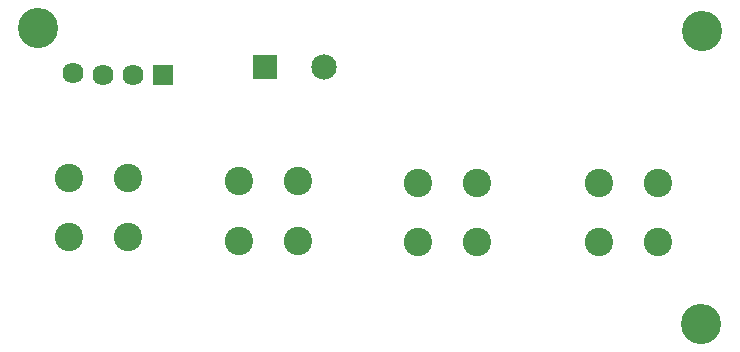
<source format=gbs>
G04*
G04 #@! TF.GenerationSoftware,Altium Limited,Altium Designer,21.7.2 (23)*
G04*
G04 Layer_Color=16711935*
%FSLAX25Y25*%
%MOIN*%
G70*
G04*
G04 #@! TF.SameCoordinates,8D50E169-6EBF-4F53-8ABA-2A95F56EF69C*
G04*
G04*
G04 #@! TF.FilePolarity,Negative*
G04*
G01*
G75*
%ADD12C,0.13398*%
%ADD13R,0.08477X0.08477*%
%ADD14C,0.08477*%
%ADD15R,0.07060X0.07060*%
%ADD16C,0.07060*%
%ADD17C,0.09461*%
D12*
X331500Y490500D02*
D03*
X331000Y393000D02*
D03*
X110000Y491500D02*
D03*
D13*
X185658Y478500D02*
D03*
D14*
X205343D02*
D03*
D15*
X151845Y476000D02*
D03*
D16*
X141844D02*
D03*
X131844D02*
D03*
X121844Y476394D02*
D03*
D17*
X316843Y439843D02*
D03*
Y420157D02*
D03*
X297158D02*
D03*
Y439843D02*
D03*
X140185Y441500D02*
D03*
Y421815D02*
D03*
X120500D02*
D03*
Y441500D02*
D03*
X196843Y440343D02*
D03*
Y420657D02*
D03*
X177157D02*
D03*
Y440343D02*
D03*
X256343Y439843D02*
D03*
Y420157D02*
D03*
X236658D02*
D03*
Y439843D02*
D03*
M02*

</source>
